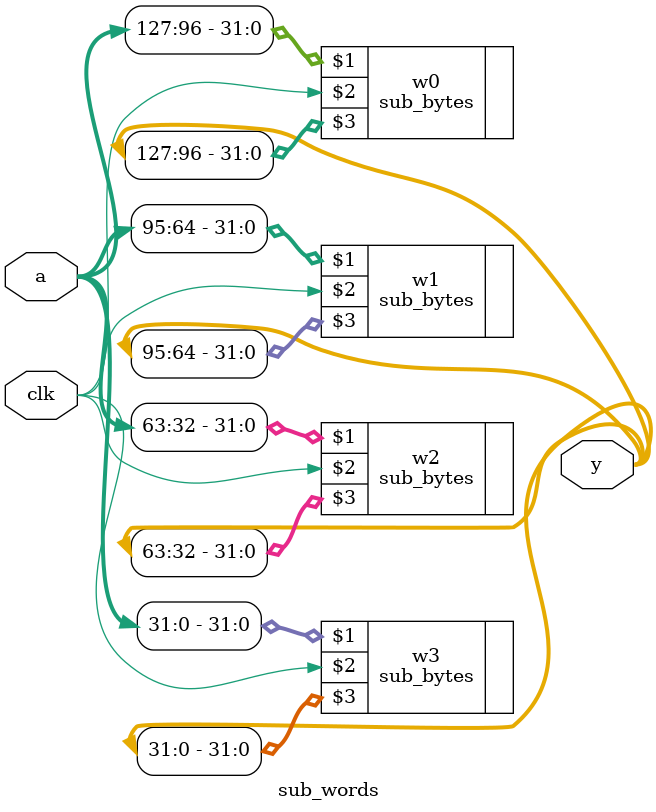
<source format=sv>
/* 
	Marina Ring, mring@g.hmc.edu, 10/27/24
	A function that uses the sBox function to substitute for a whole word.
*/

module sub_words(input  logic [127:0] a,
				 input clk, 
                 output logic [127:0] y);
				 
	sub_bytes w0(a[127:96], clk, y[127:96]);
	sub_bytes w1(a[95:64], clk, y[95:64]);
	sub_bytes w2(a[63:32], clk, y[63:32]);
	sub_bytes w3(a[31:0], clk, y[31:0]);
endmodule
</source>
